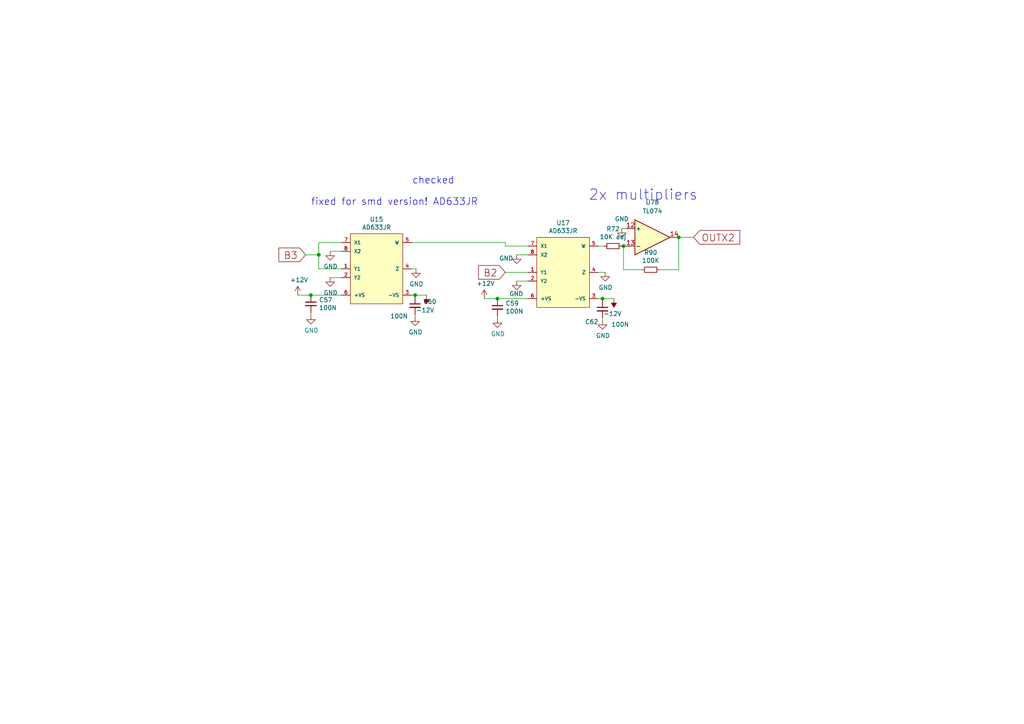
<source format=kicad_sch>
(kicad_sch (version 20211123) (generator eeschema)
  (paper "A4")
  (lib_symbols
    (symbol "Amplifier_Operational:TL074" (pin_names (offset 0.127))
      (property "Reference" "U" (at 0 5.08 0))
      (property "Value" "TL074" (at 0 -5.08 0))
      (symbol "TL074_1_1"
        (polyline (pts (xy -5.08 5.08) (xy 5.08 0) (xy -5.08 -5.08) (xy -5.08 5.08)) (stroke (width 0.254)) (fill (type background)))
        (pin output line (at 7.62 0 180) (length 2.54) (name "~") (number "1"))
        (pin input line (at -7.62 -2.54 0) (length 2.54) (name "-") (number "2"))
        (pin input line (at -7.62 2.54 0) (length 2.54) (name "+") (number "3"))
      )
      (symbol "TL074_2_1"
        (polyline (pts (xy -5.08 5.08) (xy 5.08 0) (xy -5.08 -5.08) (xy -5.08 5.08)) (stroke (width 0.254)) (fill (type background)))
        (pin input line (at -7.62 2.54 0) (length 2.54) (name "+") (number "5"))
        (pin input line (at -7.62 -2.54 0) (length 2.54) (name "-") (number "6"))
        (pin output line (at 7.62 0 180) (length 2.54) (name "~") (number "7"))
      )
      (symbol "TL074_3_1"
        (polyline (pts (xy -5.08 5.08) (xy 5.08 0) (xy -5.08 -5.08) (xy -5.08 5.08)) (stroke (width 0.254)) (fill (type background)))
        (pin input line (at -7.62 2.54 0) (length 2.54) (name "+") (number "10"))
        (pin output line (at 7.62 0 180) (length 2.54) (name "~") (number "8"))
        (pin input line (at -7.62 -2.54 0) (length 2.54) (name "-") (number "9"))
      )
      (symbol "TL074_4_1"
        (polyline (pts (xy -5.08 5.08) (xy 5.08 0) (xy -5.08 -5.08) (xy -5.08 5.08)) (stroke (width 0.254)) (fill (type background)))
        (pin input line (at -7.62 2.54 0) (length 2.54) (name "+") (number "12"))
        (pin input line (at -7.62 -2.54 0) (length 2.54) (name "-") (number "13"))
        (pin output line (at 7.62 0 180) (length 2.54) (name "~") (number "14"))
      )
      (symbol "TL074_5_1"
        (pin power_in line (at -2.54 -7.62 90) (length 3.81) (name "V-") (number "11"))
        (pin power_in line (at -2.54 7.62 270) (length 3.81) (name "V+") (number "4"))
      )
    )
    (symbol "Device:C_Small" (pin_numbers hide) (pin_names (offset 0.254) hide)
      (property "Reference" "C" (at 0.254 1.778 0))
      (property "Value" "C_Small" (at 0.254 -2.032 0))
      (symbol "C_Small_0_1"
        (polyline (pts (xy -1.524 -0.508) (xy 1.524 -0.508)) (stroke (width 0.3302)))
        (polyline (pts (xy -1.524 0.508) (xy 1.524 0.508)) (stroke (width 0.3048)))
      )
      (symbol "C_Small_1_1"
        (pin passive line (at 0 2.54 270) (length 2.032) (name "~") (number "1"))
        (pin passive line (at 0 -2.54 90) (length 2.032) (name "~") (number "2"))
      )
    )
    (symbol "Device:R_Small" (pin_numbers hide) (pin_names (offset 0.254) hide)
      (property "Reference" "R" (at 0.762 0.508 0))
      (property "Value" "R_Small" (at 0.762 -1.016 0))
      (symbol "R_Small_0_1"
        (rectangle (start -0.762 1.778) (end 0.762 -1.778) (stroke (width 0.2032)))
      )
      (symbol "R_Small_1_1"
        (pin passive line (at 0 2.54 270) (length 0.762) (name "~") (number "1"))
        (pin passive line (at 0 -2.54 90) (length 0.762) (name "~") (number "2"))
      )
    )
    (symbol "power:-12V" (power) (pin_names (offset 0))
      (property "Value" "-12V" (at 0 3.81 0))
      (symbol "-12V_0_0"
        (pin power_in line (at 0 0 90) (length 0) hide (name "-12V") (number "1"))
      )
      (symbol "-12V_0_1"
        (polyline (pts (xy 0 0) (xy 0 1.27) (xy 0.762 1.27) (xy 0 2.54) (xy -0.762 1.27) (xy 0 1.27)) (fill (type outline)))
      )
    )
    (symbol "power:GND" (power) (pin_names (offset 0))
      (property "Value" "GND" (at 0 -3.81 0))
      (symbol "GND_0_1"
        (polyline (pts (xy 0 0) (xy 0 -1.27) (xy 1.27 -1.27) (xy 0 -2.54) (xy -1.27 -1.27) (xy 0 -1.27)))
      )
      (symbol "GND_1_1"
        (pin power_in line (at 0 0 270) (length 0) hide (name "GND") (number "1"))
      )
    )
    (symbol "toad2-rescue:+12V-power-allcolours_analogue-rescue" (power) (pin_names (offset 0))
      (property "Value" "+12V-power-allcolours_analogue-rescue" (at 0 3.556 0))
      (symbol "+12V-power-allcolours_analogue-rescue_0_1"
        (polyline (pts (xy -0.762 1.27) (xy 0 2.54)))
        (polyline (pts (xy 0 0) (xy 0 2.54)))
        (polyline (pts (xy 0 2.54) (xy 0.762 1.27)))
      )
      (symbol "+12V-power-allcolours_analogue-rescue_1_1"
        (pin power_in line (at 0 0 90) (length 0) hide (name "+12V") (number "1"))
      )
    )
    (symbol "toad2-rescue:AD633JR-eec" (pin_names (offset 1.016))
      (property "Reference" "U" (at 0 5.08 0))
      (property "Value" "AD633JR-eec" (at 0 7.62 0))
      (symbol "AD633JR-eec_1_1"
        (rectangle (start 5.08 2.54) (end 20.32 -17.78) (fill (type background)))
        (pin passive line (at 2.54 -7.62 0) (length 2.54) (name "Y1") (number "1"))
        (pin passive line (at 2.54 -10.16 0) (length 2.54) (name "Y2") (number "2"))
        (pin passive line (at 22.86 -15.24 180) (length 2.54) (name "-VS") (number "3"))
        (pin passive line (at 22.86 -7.62 180) (length 2.54) (name "Z") (number "4"))
        (pin passive line (at 22.86 0 180) (length 2.54) (name "W") (number "5"))
        (pin passive line (at 2.54 -15.24 0) (length 2.54) (name "+VS") (number "6"))
        (pin passive line (at 2.54 0 0) (length 2.54) (name "X1") (number "7"))
        (pin passive line (at 2.54 -2.54 0) (length 2.54) (name "X2") (number "8"))
      )
    )
  )
  (junction (at 196.85 68.834))
  (junction (at 92.456 73.914))
  (junction (at 180.848 71.374))
  (junction (at 144.272 86.614))
  (junction (at 120.396 85.598))
  (junction (at 90.17 85.598))
  (junction (at 174.752 86.614))
  (wire (pts (xy 119.38 77.978) (xy 120.65 77.978)))
  (wire (pts (xy 99.06 77.978) (xy 92.456 77.978)))
  (wire (pts (xy 196.85 68.834) (xy 201.168 68.834)))
  (wire (pts (xy 196.85 78.232) (xy 196.85 68.834)))
  (wire (pts (xy 153.162 86.614) (xy 144.272 86.614)))
  (wire (pts (xy 173.482 86.614) (xy 174.752 86.614)))
  (wire (pts (xy 180.848 71.374) (xy 181.61 71.374)))
  (wire (pts (xy 120.396 91.186) (xy 120.396 91.948)))
  (wire (pts (xy 99.06 85.598) (xy 90.17 85.598)))
  (wire (pts (xy 92.456 70.358) (xy 99.06 70.358)))
  (wire (pts (xy 180.34 71.374) (xy 180.848 71.374)))
  (wire (pts (xy 120.396 85.598) (xy 120.396 86.106)))
  (wire (pts (xy 180.34 66.294) (xy 181.61 66.294)))
  (wire (pts (xy 146.558 71.374) (xy 146.558 70.358)))
  (wire (pts (xy 174.752 86.614) (xy 174.752 87.122)))
  (wire (pts (xy 191.262 78.232) (xy 196.85 78.232)))
  (wire (pts (xy 119.38 85.598) (xy 120.396 85.598)))
  (wire (pts (xy 180.848 78.232) (xy 186.182 78.232)))
  (wire (pts (xy 119.38 70.358) (xy 146.558 70.358)))
  (wire (pts (xy 144.272 86.614) (xy 140.462 86.614)))
  (wire (pts (xy 146.558 71.374) (xy 153.162 71.374)))
  (wire (pts (xy 173.482 71.374) (xy 175.26 71.374)))
  (wire (pts (xy 95.758 80.518) (xy 99.06 80.518)))
  (wire (pts (xy 173.482 78.994) (xy 175.514 78.994)))
  (wire (pts (xy 90.17 85.598) (xy 86.36 85.598)))
  (wire (pts (xy 174.752 92.202) (xy 174.752 92.964)))
  (wire (pts (xy 153.162 78.994) (xy 146.558 78.994)))
  (wire (pts (xy 153.162 73.914) (xy 149.86 73.914)))
  (wire (pts (xy 92.456 70.358) (xy 92.456 73.914)))
  (wire (pts (xy 149.86 81.534) (xy 153.162 81.534)))
  (wire (pts (xy 99.06 72.898) (xy 95.758 72.898)))
  (wire (pts (xy 92.456 73.914) (xy 88.646 73.914)))
  (wire (pts (xy 174.752 86.614) (xy 178.054 86.614)))
  (wire (pts (xy 92.456 73.914) (xy 92.456 77.978)))
  (wire (pts (xy 144.272 91.694) (xy 144.272 92.456)))
  (wire (pts (xy 120.396 85.598) (xy 123.698 85.598)))
  (wire (pts (xy 180.848 71.374) (xy 180.848 78.232)))
  (wire (pts (xy 90.17 90.678) (xy 90.17 91.44)))
  (text "2x multipliers\n" (at 170.688 58.42 0) (effects (font (size 2.9972 2.9972)) (justify left bottom)))
  (text "fixed for smd version! AD633JR" (at 90.17 59.817 0) (effects (font (size 2.0066 2.0066)) (justify left bottom)))
  (text "checked\n" (at 119.507 53.594 0) (effects (font (size 2.0066 2.0066)) (justify left bottom)))
  (global_label "B3" (shape input) (at 88.646 73.914 180) (effects (font (size 2.0066 2.0066))) (property "Intersheet References" "${INTERSHEET_REFS}" (effects hide)))
  (global_label "OUTX2" (shape input) (at 201.168 68.834 0) (effects (font (size 2.0066 2.0066))) (property "Intersheet References" "${INTERSHEET_REFS}" (effects hide)))
  (global_label "B2" (shape input) (at 146.558 78.994 180) (effects (font (size 2.0066 2.0066))) (property "Intersheet References" "${INTERSHEET_REFS}" (effects hide)))
  (symbol (lib_id "toad2-rescue:AD633JR-eec") (at 96.52 70.358 0) (unit 1)
    (property "Reference" "U15" (at 109.22 63.627 0))
    (property "Value" "AD633JR" (at 109.22 65.9384 0))
    (property "Footprint" "Package_SO:SOIC-8_3.9x4.9mm_P1.27mm" (effects hide))
    (property "Datasheet" "http://www.analog.com/media/en/technical-documentation/data-sheets/AD633.pdf" (effects hide))
    (property "Component Link 1 Description" "Manufacturer URL" (effects hide))
    (property "Component Link 1 URL" "http://www.analog.com/en/index.html" (effects hide))
    (property "Component Link 3 Description" "Package Specification" (effects hide))
    (property "Component Link 3 URL" "http://www.analog.com/static/imported-files/packages/PKG_PDF/PDIP(N)/N_8.pdf" (effects hide))
    (property "Datasheet Version" "Rev. K" (effects hide))
    (property "Mounting Technology" "Through Hole" (effects hide))
    (property "Number of Channels" "2" (effects hide))
    (property "Package Description" "8-Pin Plastic Dual In-Line Package, Body 9.59 x 6.6 mm, Pitch 2.54 mm" (effects hide))
    (property "Package Version" "07/2006" (effects hide))
    (property "Packing" "Tube" (effects hide))
    (property "Slew Rate" "20 V/us" (effects hide))
    (property "Supply Current Max" "6 mA" (effects hide))
    (property "Temperature Max" "70 degC" (effects hide))
    (property "Temperature Min" "0 degC" (effects hide))
    (property "category" "IC" (effects hide))
    (property "library id" "82579f909b82c26c" (effects hide))
    (property "manufacturer" "Analog Devices" (effects hide))
    (property "package" "MS-001" (effects hide))
    (property "vault revision" "D70804D2-C31E-4A78-88FF-EDD09AD4FF7C" (effects hide))
    (property "imported" "yes" (effects hide))
  )
  (symbol (lib_id "power:GND") (at 95.758 80.518 0) (unit 1)
    (property "Reference" "#PWR0144" (effects hide))
    (property "Value" "GND" (at 95.885 84.9122 0))
  )
  (symbol (lib_id "power:GND") (at 120.65 77.978 0) (unit 1)
    (property "Reference" "#PWR0150" (effects hide))
    (property "Value" "GND" (at 120.777 82.3722 0))
  )
  (symbol (lib_id "toad2-rescue:+12V-power-allcolours_analogue-rescue") (at 86.36 85.598 0) (unit 1)
    (property "Reference" "#PWR0137" (effects hide))
    (property "Value" "+12V-power" (at 86.741 81.2038 0))
  )
  (symbol (lib_id "Device:C_Small") (at 90.17 88.138 0) (unit 1)
    (property "Reference" "C57" (at 92.5068 86.9696 0) (effects (justify left)))
    (property "Value" "100N" (at 92.5068 89.281 0) (effects (justify left)))
    (property "Footprint" "Capacitor_SMD:C_0805_2012Metric" (effects hide))
  )
  (symbol (lib_id "power:-12V") (at 123.698 85.598 180) (unit 1)
    (property "Reference" "#PWR0155" (effects hide))
    (property "Value" "-12V" (at 123.317 89.9922 0))
  )
  (symbol (lib_id "power:GND") (at 90.17 91.44 0) (unit 1)
    (property "Reference" "#PWR0140" (effects hide))
    (property "Value" "GND" (at 90.297 95.8342 0))
  )
  (symbol (lib_id "Device:C_Small") (at 120.396 88.646 0) (unit 1)
    (property "Reference" "C60" (at 122.7328 87.4776 0) (effects (justify left)))
    (property "Value" "100N" (at 113.157 91.694 0) (effects (justify left)))
    (property "Footprint" "Capacitor_SMD:C_0805_2012Metric" (effects hide))
  )
  (symbol (lib_id "power:GND") (at 120.396 91.948 0) (unit 1)
    (property "Reference" "#PWR0149" (effects hide))
    (property "Value" "GND" (at 120.523 96.3422 0))
  )
  (symbol (lib_id "power:GND") (at 95.758 72.898 0) (unit 1)
    (property "Reference" "#PWR0143" (effects hide))
    (property "Value" "GND" (at 95.885 77.2922 0))
  )
  (symbol (lib_id "toad2-rescue:AD633JR-eec") (at 150.622 71.374 0) (unit 1)
    (property "Reference" "U17" (at 163.322 64.643 0))
    (property "Value" "AD633JR" (at 163.322 66.9544 0))
    (property "Footprint" "Package_SO:SOIC-8_3.9x4.9mm_P1.27mm" (effects hide))
    (property "Datasheet" "http://www.analog.com/media/en/technical-documentation/data-sheets/AD633.pdf" (effects hide))
    (property "Component Link 1 Description" "Manufacturer URL" (effects hide))
    (property "Component Link 1 URL" "http://www.analog.com/en/index.html" (effects hide))
    (property "Component Link 3 Description" "Package Specification" (effects hide))
    (property "Component Link 3 URL" "http://www.analog.com/static/imported-files/packages/PKG_PDF/PDIP(N)/N_8.pdf" (effects hide))
    (property "Datasheet Version" "Rev. K" (effects hide))
    (property "Mounting Technology" "Through Hole" (effects hide))
    (property "Number of Channels" "2" (effects hide))
    (property "Package Description" "8-Pin Plastic Dual In-Line Package, Body 9.59 x 6.6 mm, Pitch 2.54 mm" (effects hide))
    (property "Package Version" "07/2006" (effects hide))
    (property "Packing" "Tube" (effects hide))
    (property "Slew Rate" "20 V/us" (effects hide))
    (property "Supply Current Max" "6 mA" (effects hide))
    (property "Temperature Max" "70 degC" (effects hide))
    (property "Temperature Min" "0 degC" (effects hide))
    (property "category" "IC" (effects hide))
    (property "library id" "82579f909b82c26c" (effects hide))
    (property "manufacturer" "Analog Devices" (effects hide))
    (property "package" "MS-001" (effects hide))
    (property "vault revision" "D70804D2-C31E-4A78-88FF-EDD09AD4FF7C" (effects hide))
    (property "imported" "yes" (effects hide))
  )
  (symbol (lib_id "power:GND") (at 149.86 81.534 0) (unit 1)
    (property "Reference" "#PWR0148" (effects hide))
    (property "Value" "GND" (at 149.733 85.217 0))
  )
  (symbol (lib_id "power:GND") (at 175.514 78.994 0) (unit 1)
    (property "Reference" "#PWR0154" (effects hide))
    (property "Value" "GND" (at 175.641 83.3882 0))
  )
  (symbol (lib_id "toad2-rescue:+12V-power-allcolours_analogue-rescue") (at 140.462 86.614 0) (unit 1)
    (property "Reference" "#PWR0139" (effects hide))
    (property "Value" "+12V-power" (at 140.843 82.2198 0))
  )
  (symbol (lib_id "Device:C_Small") (at 144.272 89.154 0) (unit 1)
    (property "Reference" "C59" (at 146.6088 87.9856 0) (effects (justify left)))
    (property "Value" "100N" (at 146.6088 90.297 0) (effects (justify left)))
    (property "Footprint" "Capacitor_SMD:C_0805_2012Metric" (effects hide))
  )
  (symbol (lib_id "power:-12V") (at 178.054 86.614 180) (unit 1)
    (property "Reference" "#PWR0157" (effects hide))
    (property "Value" "-12V" (at 177.673 91.0082 0))
  )
  (symbol (lib_id "power:GND") (at 144.272 92.456 0) (unit 1)
    (property "Reference" "#PWR0142" (effects hide))
    (property "Value" "GND" (at 144.399 96.8502 0))
  )
  (symbol (lib_id "Device:C_Small") (at 174.752 89.662 0) (unit 1)
    (property "Reference" "C62" (at 169.672 93.345 0) (effects (justify left)))
    (property "Value" "100N" (at 177.292 94.107 0) (effects (justify left)))
    (property "Footprint" "Capacitor_SMD:C_0805_2012Metric" (effects hide))
  )
  (symbol (lib_id "power:GND") (at 174.752 92.964 0) (unit 1)
    (property "Reference" "#PWR0153" (effects hide))
    (property "Value" "GND" (at 174.879 97.3582 0))
  )
  (symbol (lib_id "power:GND") (at 149.86 73.914 0) (unit 1)
    (property "Reference" "#PWR0147" (effects hide))
    (property "Value" "GND" (at 146.812 74.93 0))
  )
  (symbol (lib_id "power:GND") (at 180.34 66.294 0) (unit 1)
    (property "Reference" "#PWR0160" (effects hide))
    (property "Value" "GND" (at 180.34 63.5 0))
  )
  (symbol (lib_id "Amplifier_Operational:TL074") (at 189.23 68.834 0) (unit 4)
    (property "Reference" "U7" (at 189.23 58.674 0))
    (property "Value" "TL074" (at 189.23 61.214 0))
    (property "Footprint" "Package_SO:SOIC-14_3.9x8.7mm_P1.27mm" (effects hide))
    (property "Datasheet" "http://www.ti.com/lit/ds/symlink/tl071.pdf" (effects hide))
  )
  (symbol (lib_id "Device:R_Small") (at 188.722 78.232 90) (unit 1)
    (property "Reference" "R90" (at 188.722 73.2536 90))
    (property "Value" "100K" (at 188.722 75.565 90))
    (property "Footprint" "Resistor_SMD:R_0805_2012Metric" (effects hide))
  )
  (symbol (lib_id "Device:R_Small") (at 177.8 71.374 90) (unit 1)
    (property "Reference" "R72" (at 177.8 66.3956 90))
    (property "Value" "10K adj" (at 177.8 68.707 90))
    (property "Footprint" "Resistor_SMD:R_0805_2012Metric" (effects hide))
  )
)
</source>
